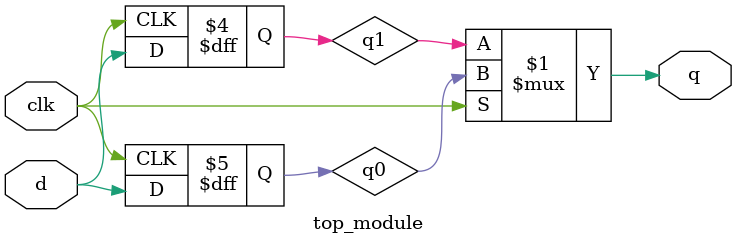
<source format=v>
module top_module (
    input clk,
    input d,
    output q
);

reg q0;
reg q1;

assign q = clk? q0 : q1;

// q: posedge
always @(posedge clk)
begin
    q0 <= d;
end

// p:negedge
always @(negedge clk)
begin
    q1 <= d;
end

endmodule

</source>
